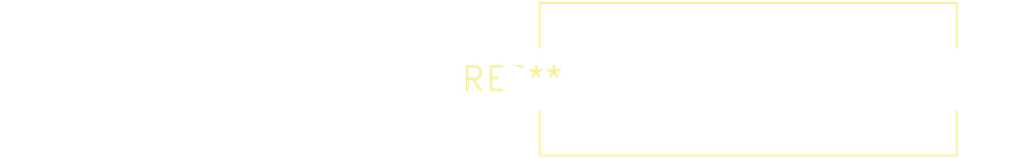
<source format=kicad_pcb>
(kicad_pcb (version 20240108) (generator pcbnew)
  (layers (0 "F.Cu" signal) (31 "B.Cu" signal) (34 "B.Paste" user) (35 "F.Paste" user) (36 "B.SilkS" user "B.Silkscreen") (37 "F.SilkS" user "F.Silkscreen") (38 "B.Mask" user) (39 "F.Mask" user) (44 "Edge.Cuts" user))
  (net 0 "")
  (footprint "R_Axial_Shunt_L22.2mm_W8.0mm_PS14.30mm_P25.40mm" (layer "F.Cu") (at 0 0)
    (property "Reference" "REF**")
    (property "Value" "R_Axial_Shunt_L22.2mm_W8.0mm_PS14.30mm_P25.40mm")
    (fp_line (start 1.48 -4.12) (end 23.92 -4.12) (layer "F.SilkS") (stroke (width 0.12)))
    (fp_line (start 1.48 -1.74) (end 1.48 -4.12) (layer "F.SilkS") (stroke (width 0.12)))
    (fp_line (start 1.48 1.74) (end 1.48 4.12) (layer "F.SilkS") (stroke (width 0.12)))
    (fp_line (start 1.48 4.12) (end 23.92 4.12) (layer "F.SilkS") (stroke (width 0.12)))
    (fp_line (start 23.92 -4.12) (end 23.92 -1.74) (layer "F.SilkS") (stroke (width 0.12)))
    (fp_line (start 23.92 4.12) (end 23.92 1.74) (layer "F.SilkS") (stroke (width 0.12)))
    (pad "1" thru_hole circle (at 0 0) (size 3 3) (drill 1.5) (layers *.Cu *.Mask) (remove_unused_layers))
    (pad "2" thru_hole oval (at 5.55 0) (size 3 3) (drill 1.5) (layers *.Cu *.Mask) (remove_unused_layers))
    (pad "3" thru_hole oval (at 19.85 0) (size 3 3) (drill 1.5) (layers *.Cu *.Mask) (remove_unused_layers))
    (pad "4" thru_hole oval (at 25.4 0) (size 3 3) (drill 1.5) (layers *.Cu *.Mask) (remove_unused_layers))
  )
)
</source>
